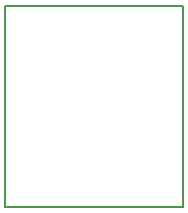
<source format=gbr>
G04 #@! TF.GenerationSoftware,KiCad,Pcbnew,no-vcs-found-7664~57~ubuntu16.10.1*
G04 #@! TF.CreationDate,2017-02-22T20:41:29+01:00*
G04 #@! TF.ProjectId,MysX2USB,4D797358325553422E6B696361645F70,rev?*
G04 #@! TF.FileFunction,Profile,NP*
%FSLAX46Y46*%
G04 Gerber Fmt 4.6, Leading zero omitted, Abs format (unit mm)*
G04 Created by KiCad (PCBNEW no-vcs-found-7664~57~ubuntu16.10.1) date Wed Feb 22 20:41:29 2017*
%MOMM*%
%LPD*%
G01*
G04 APERTURE LIST*
%ADD10C,0.100000*%
%ADD11C,0.150000*%
G04 APERTURE END LIST*
D10*
D11*
X114000000Y-110000000D02*
X114000000Y-127000000D01*
X129000000Y-110000000D02*
X114000000Y-110000000D01*
X129000000Y-127000000D02*
X129000000Y-110000000D01*
X114000000Y-127000000D02*
X129000000Y-127000000D01*
M02*

</source>
